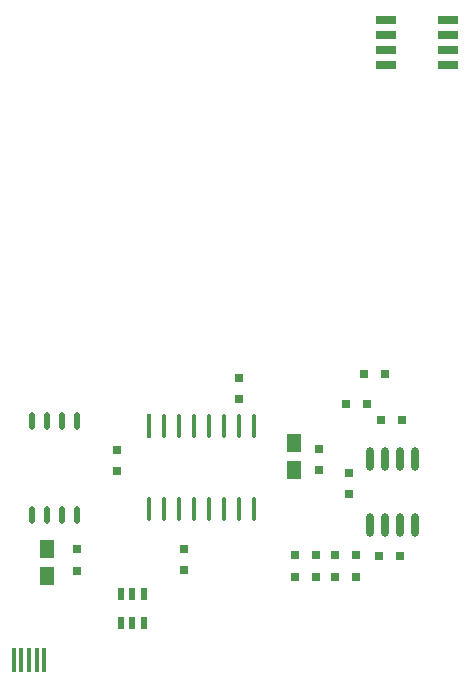
<source format=gbp>
%FSLAX25Y25*%
%MOIN*%
G70*
G01*
G75*
G04 Layer_Color=128*
%ADD10R,0.03000X0.03000*%
%ADD11R,0.03000X0.03000*%
%ADD12R,0.06000X0.13780*%
%ADD13R,0.05000X0.01000*%
%ADD14O,0.05000X0.01000*%
%ADD15R,0.01000X0.05000*%
%ADD16C,0.03937*%
%ADD17R,0.03600X0.03600*%
%ADD18R,0.05000X0.03600*%
%ADD19R,0.03600X0.03600*%
%ADD20R,0.03600X0.05000*%
%ADD21R,0.06000X0.05000*%
%ADD22R,0.07500X0.09000*%
%ADD23R,0.10827X0.10827*%
%ADD24R,0.05000X0.06000*%
%ADD25R,0.15748X0.11811*%
%ADD26O,0.03150X0.09843*%
%ADD27R,0.03150X0.09843*%
%ADD28R,0.11811X0.15748*%
%ADD29O,0.09843X0.03150*%
%ADD30R,0.09843X0.03150*%
%ADD31O,0.05906X0.01969*%
G04:AMPARAMS|DCode=32|XSize=86.61mil|YSize=47.24mil|CornerRadius=11.81mil|HoleSize=0mil|Usage=FLASHONLY|Rotation=270.000|XOffset=0mil|YOffset=0mil|HoleType=Round|Shape=RoundedRectangle|*
%AMROUNDEDRECTD32*
21,1,0.08661,0.02362,0,0,270.0*
21,1,0.06299,0.04724,0,0,270.0*
1,1,0.02362,-0.01181,-0.03150*
1,1,0.02362,-0.01181,0.03150*
1,1,0.02362,0.01181,0.03150*
1,1,0.02362,0.01181,-0.03150*
%
%ADD32ROUNDEDRECTD32*%
%ADD33R,0.04724X0.09449*%
%ADD34C,0.01000*%
%ADD35C,0.01969*%
%ADD36C,0.03150*%
%ADD37C,0.01181*%
%ADD38C,0.02953*%
%ADD39C,0.06000*%
%ADD40O,0.07874X0.11811*%
%ADD41C,0.06200*%
%ADD42P,0.06711X8X22.5*%
%ADD43R,0.05906X0.05906*%
%ADD44C,0.05906*%
%ADD45O,0.06000X0.04000*%
%ADD46O,0.04724X0.07874*%
%ADD47P,0.06392X8X22.5*%
%ADD48C,0.05906*%
%ADD49P,0.06392X8X142.5*%
%ADD50P,0.06392X8X82.5*%
%ADD51C,0.06299*%
%ADD52C,0.02362*%
%ADD53R,0.02362X0.04331*%
%ADD54R,0.07087X0.03150*%
%ADD55R,0.01575X0.07874*%
%ADD56O,0.01575X0.07874*%
%ADD57O,0.01969X0.05906*%
%ADD58O,0.02400X0.08000*%
%ADD59C,0.00787*%
%ADD60C,0.00500*%
%ADD61C,0.00800*%
%ADD62C,0.00394*%
%ADD63R,0.02567X0.13000*%
%ADD64R,0.02900X0.14000*%
%ADD65R,0.03800X0.03800*%
%ADD66R,0.03800X0.03800*%
%ADD67R,0.06800X0.14579*%
%ADD68R,0.05800X0.01800*%
%ADD69O,0.05800X0.01800*%
%ADD70R,0.01800X0.05800*%
%ADD71C,0.04737*%
%ADD72R,0.04400X0.04400*%
%ADD73R,0.05800X0.04400*%
%ADD74R,0.04400X0.04400*%
%ADD75R,0.04400X0.05800*%
%ADD76R,0.06800X0.05800*%
%ADD77R,0.08300X0.09800*%
%ADD78R,0.11627X0.11627*%
%ADD79R,0.05800X0.06800*%
%ADD80R,0.16548X0.12611*%
%ADD81O,0.03950X0.10642*%
%ADD82R,0.03950X0.10642*%
%ADD83R,0.12611X0.16548*%
%ADD84O,0.10642X0.03950*%
%ADD85R,0.10642X0.03950*%
%ADD86O,0.06706X0.02769*%
G04:AMPARAMS|DCode=87|XSize=94.61mil|YSize=55.24mil|CornerRadius=13.81mil|HoleSize=0mil|Usage=FLASHONLY|Rotation=270.000|XOffset=0mil|YOffset=0mil|HoleType=Round|Shape=RoundedRectangle|*
%AMROUNDEDRECTD87*
21,1,0.09461,0.02762,0,0,270.0*
21,1,0.06699,0.05524,0,0,270.0*
1,1,0.02762,-0.01381,-0.03350*
1,1,0.02762,-0.01381,0.03350*
1,1,0.02762,0.01381,0.03350*
1,1,0.02762,0.01381,-0.03350*
%
%ADD87ROUNDEDRECTD87*%
%ADD88R,0.05524X0.10249*%
%ADD89C,0.06800*%
%ADD90O,0.08674X0.12611*%
%ADD91C,0.07000*%
%ADD92P,0.07577X8X22.5*%
%ADD93R,0.06706X0.06706*%
%ADD94C,0.06706*%
%ADD95O,0.06800X0.04800*%
%ADD96O,0.05524X0.08674*%
%ADD97P,0.07258X8X22.5*%
%ADD98C,0.06706*%
%ADD99P,0.07258X8X142.5*%
%ADD100P,0.07258X8X82.5*%
%ADD101C,0.07099*%
%ADD102R,0.03162X0.05131*%
%ADD103R,0.07887X0.03950*%
%ADD104R,0.02375X0.08674*%
%ADD105O,0.02375X0.08674*%
%ADD106O,0.02769X0.06706*%
%ADD107O,0.03200X0.08800*%
D10*
X97100Y-76687D02*
D03*
Y-69600D02*
D03*
X29800Y-69800D02*
D03*
Y-76887D02*
D03*
X52200Y-109887D02*
D03*
Y-102800D02*
D03*
X107100Y-84700D02*
D03*
Y-77613D02*
D03*
X70500Y-52987D02*
D03*
Y-45900D02*
D03*
X16600Y-110087D02*
D03*
Y-103000D02*
D03*
D11*
X109500Y-105000D02*
D03*
X102413D02*
D03*
X109500Y-112100D02*
D03*
X102413D02*
D03*
X112013Y-44600D02*
D03*
X119100D02*
D03*
X89213Y-104991D02*
D03*
X96300D02*
D03*
X89213Y-112091D02*
D03*
X96300D02*
D03*
X106113Y-54500D02*
D03*
X113200D02*
D03*
X117113Y-105100D02*
D03*
X124200D02*
D03*
X117813Y-59900D02*
D03*
X124900D02*
D03*
D24*
X88700Y-67700D02*
D03*
Y-76700D02*
D03*
X6600Y-112000D02*
D03*
Y-103000D02*
D03*
D53*
X31200Y-117800D02*
D03*
X34940D02*
D03*
X38680Y-127643D02*
D03*
Y-117800D02*
D03*
X34940Y-127643D02*
D03*
X31200D02*
D03*
D54*
X119500Y58300D02*
D03*
Y73300D02*
D03*
X140287D02*
D03*
Y68300D02*
D03*
Y63300D02*
D03*
Y58300D02*
D03*
X119500Y63300D02*
D03*
Y68300D02*
D03*
D55*
X5567Y-139800D02*
D03*
X3008D02*
D03*
X449D02*
D03*
X-2110D02*
D03*
X-4669D02*
D03*
X40400Y-61900D02*
D03*
D56*
X75400Y-89459D02*
D03*
X70400D02*
D03*
X65400D02*
D03*
X60400D02*
D03*
X55400D02*
D03*
X50400D02*
D03*
X45400D02*
D03*
X40400D02*
D03*
X75400Y-61900D02*
D03*
X70400D02*
D03*
X65400D02*
D03*
X60400D02*
D03*
X55400D02*
D03*
X50400D02*
D03*
X45400D02*
D03*
D57*
X16500Y-91402D02*
D03*
X11500D02*
D03*
X6500D02*
D03*
X1500D02*
D03*
X16500Y-60300D02*
D03*
X11500D02*
D03*
X6500D02*
D03*
X1500D02*
D03*
D58*
X129200Y-72900D02*
D03*
X124200D02*
D03*
X119200D02*
D03*
X114200D02*
D03*
Y-94900D02*
D03*
X119200D02*
D03*
X124200D02*
D03*
X129200D02*
D03*
M02*

</source>
